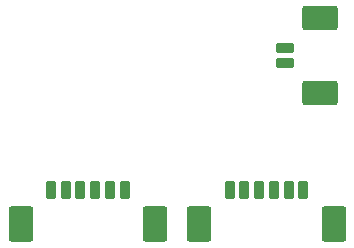
<source format=gbr>
%TF.GenerationSoftware,KiCad,Pcbnew,8.0.5*%
%TF.CreationDate,2025-02-22T06:14:54-05:00*%
%TF.ProjectId,IR Junction,4952204a-756e-4637-9469-6f6e2e6b6963,rev?*%
%TF.SameCoordinates,Original*%
%TF.FileFunction,Paste,Top*%
%TF.FilePolarity,Positive*%
%FSLAX46Y46*%
G04 Gerber Fmt 4.6, Leading zero omitted, Abs format (unit mm)*
G04 Created by KiCad (PCBNEW 8.0.5) date 2025-02-22 06:14:54*
%MOMM*%
%LPD*%
G01*
G04 APERTURE LIST*
G04 Aperture macros list*
%AMRoundRect*
0 Rectangle with rounded corners*
0 $1 Rounding radius*
0 $2 $3 $4 $5 $6 $7 $8 $9 X,Y pos of 4 corners*
0 Add a 4 corners polygon primitive as box body*
4,1,4,$2,$3,$4,$5,$6,$7,$8,$9,$2,$3,0*
0 Add four circle primitives for the rounded corners*
1,1,$1+$1,$2,$3*
1,1,$1+$1,$4,$5*
1,1,$1+$1,$6,$7*
1,1,$1+$1,$8,$9*
0 Add four rect primitives between the rounded corners*
20,1,$1+$1,$2,$3,$4,$5,0*
20,1,$1+$1,$4,$5,$6,$7,0*
20,1,$1+$1,$6,$7,$8,$9,0*
20,1,$1+$1,$8,$9,$2,$3,0*%
G04 Aperture macros list end*
%ADD10RoundRect,0.200000X0.600000X-0.200000X0.600000X0.200000X-0.600000X0.200000X-0.600000X-0.200000X0*%
%ADD11RoundRect,0.250001X1.249999X-0.799999X1.249999X0.799999X-1.249999X0.799999X-1.249999X-0.799999X0*%
%ADD12RoundRect,0.200000X-0.200000X-0.600000X0.200000X-0.600000X0.200000X0.600000X-0.200000X0.600000X0*%
%ADD13RoundRect,0.250001X-0.799999X-1.249999X0.799999X-1.249999X0.799999X1.249999X-0.799999X1.249999X0*%
G04 APERTURE END LIST*
D10*
%TO.C,J10*%
X162650000Y-96375000D03*
X162650000Y-95125000D03*
D11*
X165550000Y-98925000D03*
X165550000Y-92575000D03*
%TD*%
D12*
%TO.C,J11*%
X157925000Y-107100000D03*
X159175000Y-107100000D03*
X160425000Y-107100000D03*
X161675000Y-107100000D03*
X162925000Y-107100000D03*
X164175000Y-107100000D03*
D13*
X155375000Y-110000000D03*
X166725000Y-110000000D03*
%TD*%
D12*
%TO.C,J12*%
X142800000Y-107150000D03*
X144050000Y-107150000D03*
X145300000Y-107150000D03*
X146550000Y-107150000D03*
X147800000Y-107150000D03*
X149050000Y-107150000D03*
D13*
X140250000Y-110050000D03*
X151600000Y-110050000D03*
%TD*%
M02*

</source>
